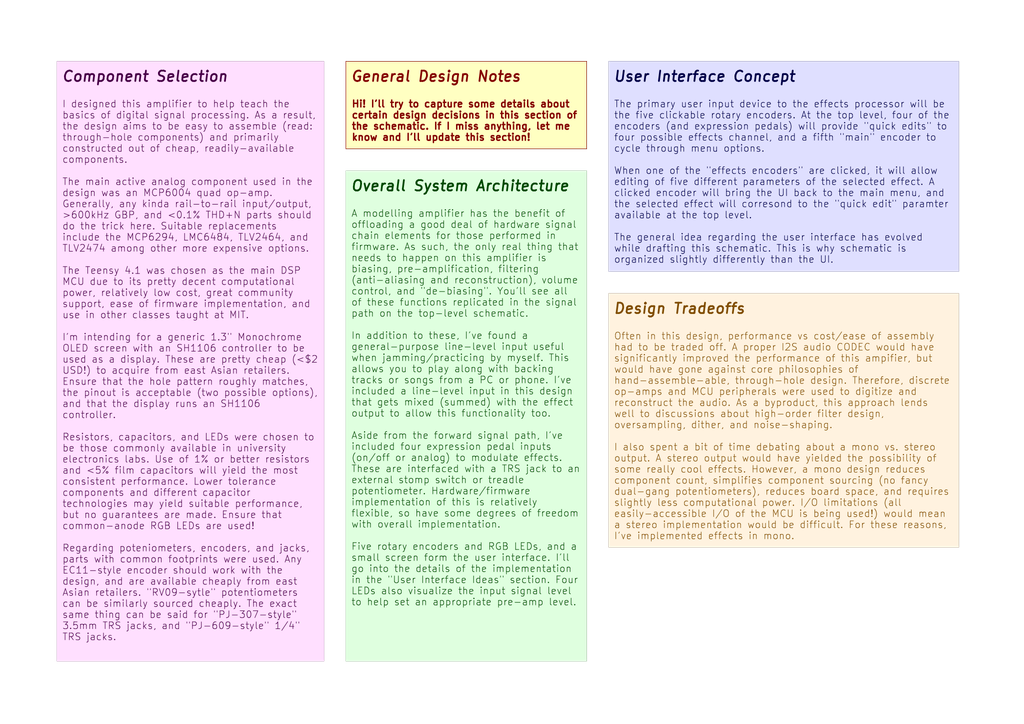
<source format=kicad_sch>
(kicad_sch (version 20230121) (generator eeschema)
  (paper "A4")
  (title_block (title "Digital Audio Effects Processor") (date "2023-11-26") (rev "A") (company "Ishaan Govindarajan"))
  (lib_symbols)
  (text_box "\n\n\nA modelling amplifier has the benefit of offloading a good deal of hardware signal chain elements for those performed in firmware. As such, the only real thing that needs to happen on this amplifier is biasing, pre-amplification, filtering (anti-aliasing and reconstruction), volume control, and \"de-biasing\". You'll see all of these functions replicated in the signal path on the top-level schematic.\n\nIn addition to these, I've found a general-purpose line-level input useful when jamming/practicing by myself. This allows you to play along with backing tracks or songs from a PC or phone. I've included a line-level input in this design that gets mixed (summed) with the effect output to allow this functionality too.\n\nAside from the forward signal path, I've included four expression pedal inputs (on/off or analog) to modulate effects. These are interfaced with a TRS jack to an external stomp switch or treadle potentiometer. Hardware/firmware implementation of this is relatively flexible, so have some degrees of freedom with overall implementation.\n\nFive rotary encoders and RGB LEDs, and a small screen form the user interface. I'll go into the details of the implementation in the \"User Interface Ideas\" section. Four LEDs also visualize the input signal level to help set an appropriate pre-amp level. " (at 100.33 49.53 0) (size 69.85 142.24) (stroke (width 0) (color 175 200 175 1)) (fill (type color) (color 223 255 223 1)) (effects (font (size 2 2)) (justify left top)))
  (text_box "\n\n\nThe primary user input device to the effects processor will be the five clickable rotary encoders. At the top level, four of the encoders (and expression pedals) will provide \"quick edits\" to four possible effects channel, and a fifth \"main\" encoder to cycle through menu options. \n\nWhen one of the \"effects encoders\" are clicked, it will allow editing of five different parameters of the selected effect. A clicked encoder will bring the UI back to the main menu, and the selected effect will corresond to the \"quick edit\" paramter available at the top level.\n\nThe general idea regarding the user interface has evolved while drafting this schematic. This is why schematic is organized slightly differently than the UI. " (at 176.53 17.78 0) (size 101.6 60.96) (stroke (width 0) (color 175 175 200 1)) (fill (type color) (color 223 223 255 1)) (effects (font (size 2 2)) (justify left top)))
  (text_box "\n\n\nHi! I'll try to capture some details about certain design decisions in this section of the schematic. If I miss anything, let me know and I'll update this section!" (at 100.33 17.78 0) (size 69.85 25.4) (stroke (width 0) (color 132 0 0 1)) (fill (type color) (color 255 255 194 1)) (effects (font (size 2 2) (thickness 0.4) bold) (justify left top)))
  (text_box "\n\n\nI designed this amplifier to help teach the basics of digital signal processing. As a result, the design aims to be easy to assemble (read: through-hole components) and primarily constructed out of cheap, readily-available components.\n\nThe main active analog component used in the design was an MCP6004 quad op-amp. Generally, any kinda rail-to-rail input/output, >600kHz GBP, and <0.1% THD+N parts should do the trick here. Suitable replacements include the MCP6294, LMC6484, TLV2464, and TLV2474 among other more expensive options. \n\nThe Teensy 4.1 was chosen as the main DSP MCU due to its pretty decent computational power, relatively low cost, great community support, ease of firmware implementation, and use in other classes taught at MIT. \n\nI'm intending for a generic 1.3\" Monochrome OLED screen with an SH1106 controller to be used as a display. These are pretty cheap (<$2 USD!) to acquire from east Asian retailers. Ensure that the hole pattern roughly matches, the pinout is acceptable (two possible options), and that the display runs an SH1106 controller.\n\nResistors, capacitors, and LEDs were chosen to be those commonly available in university electronics labs. Use of 1% or better resistors and <5% film capacitors will yield the most consistent performance. Lower tolerance components and different capacitor technologies may yield suitable performance, but no guarantees are made. Ensure that common-anode RGB LEDs are used!\n\nRegarding poteniometers, encoders, and jacks, parts with common footprints were used. Any EC11-style encoder should work with the design, and are available cheaply from east Asian retailers. \"RV09-sytle\" potentiometers can be similarly sourced cheaply. The exact same thing can be said for \"PJ-307-style\" 3.5mm TRS jacks, and \"PJ-609-style\" 1/4\" TRS jacks.\n\n\n" (at 16.51 17.78 0) (size 77.47 173.99) (stroke (width 0) (color 200 175 200 1)) (fill (type color) (color 255 223 255 1)) (effects (font (size 2 2)) (justify left top)))
  (text_box "\n\n\nOften in this design, performance vs cost/ease of assembly had to be traded off. A proper I2S audio CODEC would have significantly improved the performance of this ampifier, but would have gone against core philosophies of hand-assemble-able, through-hole design. Therefore, discrete op-amps and MCU peripherals were used to digitize and reconstruct the audio. As a byproduct, this approach lends well to discussions about high-order filter design, oversampling, dither, and noise-shaping. \n\nI also spent a bit of time debating about a mono vs. stereo output. A stereo output would have yielded the possibility of some really cool effects. However, a mono design reduces component count, simplifies component sourcing (no fancy dual-gang potentiometers), reduces board space, and requires slightly less computational power. I/O limitations (all easily-accessible I/O of the MCU is being used!) would mean a stereo implementation would be difficult. For these reasons, I've implemented effects in mono. " (at 176.53 85.09 0) (size 101.6 73.66) (stroke (width 0) (color 200 190 175 1)) (fill (type color) (color 255 242 223 1)) (effects (font (size 2 2)) (justify left top)))
  (text "General Design Notes" (at 101.6 24.13 0) (effects (font (size 3 3) (thickness 0.508) bold italic) (justify left bottom)))
  (text "Design Tradeoffs" (at 177.8 91.44 0) (effects (font (size 3 3) (thickness 0.508) bold italic) (justify left bottom)))
  (text "Overall System Architecture" (at 101.6 55.88 0) (effects (font (size 3 3) (thickness 0.508) bold italic) (justify left bottom)))
  (text "User Interface Concept" (at 177.8 24.13 0) (effects (font (size 3 3) (thickness 0.508) bold italic) (justify left bottom)))
  (text "Component Selection" (at 17.78 24.13 0) (effects (font (size 3 3) (thickness 0.508) bold italic) (justify left bottom)))
)
</source>
